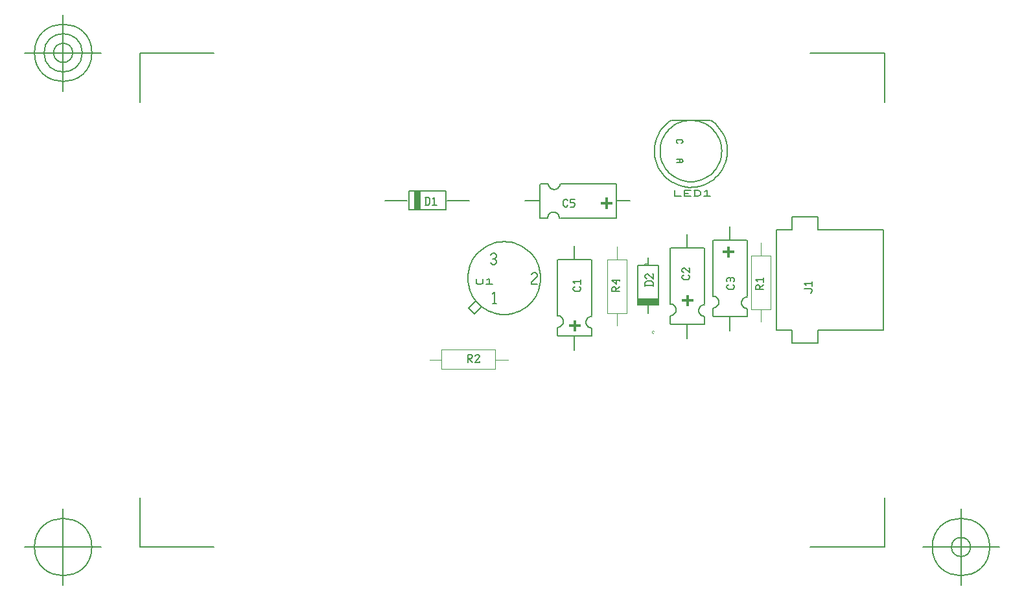
<source format=gbr>
G04 Generated by Ultiboard 13.0 *
%FSLAX25Y25*%
%MOIN*%

%ADD10C,0.00001*%
%ADD11C,0.00612*%
%ADD12C,0.00787*%
%ADD13C,0.00004*%
%ADD14C,0.00800*%
%ADD15C,0.00394*%
%ADD16C,0.00591*%
%ADD17C,0.00219*%
%ADD18C,0.00005*%
%ADD19C,0.00500*%


G04 ColorRGB FFFF00 for the following layer *
%LNSilkscreen Top*%
%LPD*%
G54D10*
G54D11*
X365543Y196337D02*
X366331Y197121D01*
X366331Y197905D01*
X365543Y198689D01*
X362394Y198689D01*
X363181Y200256D02*
X362394Y201040D01*
X366331Y201040D01*
X366331Y199864D02*
X366331Y202216D01*
X167392Y241669D02*
X168960Y241669D01*
X169744Y242457D01*
X169744Y244819D01*
X168960Y245606D01*
X167392Y245606D01*
X167784Y245606D02*
X167784Y241669D01*
X171311Y244819D02*
X172095Y245606D01*
X172095Y241669D01*
X170920Y241669D02*
X173271Y241669D01*
G54D12*
X348024Y228894D02*
X355976Y228894D01*
X355976Y235602D01*
X369362Y235606D01*
X369362Y228894D01*
X403142Y228894D01*
X403142Y177201D01*
X369362Y177201D01*
X369362Y170488D01*
X355976Y170488D01*
X355976Y177201D01*
X348024Y177201D01*
X348024Y228894D01*
X158142Y244000D02*
X146724Y244000D01*
X178614Y244000D02*
X190031Y244000D01*
X158929Y248724D02*
X177827Y248724D01*
X177827Y239276D01*
X158929Y239276D01*
X158929Y248724D01*
G54D13*
G36*
X322723Y220343D02*
X322723Y220343D01*
X323692Y214760D01*
X323692Y220343D01*
X322723Y220343D01*
D02*
G37*
X323692Y214760D01*
X323692Y220343D01*
X322723Y220343D01*
G36*
X323692Y214760D02*
X323692Y214760D01*
X322723Y220343D01*
X322723Y218041D01*
X323692Y214760D01*
D02*
G37*
X322723Y220343D01*
X322723Y218041D01*
X323692Y214760D01*
G36*
X322723Y218041D02*
X322723Y218041D01*
X322723Y217061D01*
X323692Y214760D01*
X322723Y218041D01*
D02*
G37*
X322723Y217061D01*
X323692Y214760D01*
X322723Y218041D01*
G36*
X322723Y217061D02*
X322723Y217061D01*
X322723Y218041D01*
X320422Y218041D01*
X322723Y217061D01*
D02*
G37*
X322723Y218041D01*
X320422Y218041D01*
X322723Y217061D01*
G36*
X320422Y218041D02*
X320422Y218041D01*
X320422Y217061D01*
X322723Y217061D01*
X320422Y218041D01*
D02*
G37*
X320422Y217061D01*
X322723Y217061D01*
X320422Y218041D01*
G36*
X323692Y217061D02*
X323692Y217061D01*
X326011Y217061D01*
X323692Y218041D01*
X323692Y217061D01*
D02*
G37*
X326011Y217061D01*
X323692Y218041D01*
X323692Y217061D01*
G36*
X323692Y217061D01*
X323692Y220343D01*
X323692Y217061D01*
D02*
G37*
X323692Y220343D01*
X323692Y217061D01*
G36*
X323692Y217061D01*
X323692Y220343D01*
X323692Y214760D01*
X323692Y217061D01*
D02*
G37*
X323692Y220343D01*
X323692Y214760D01*
X323692Y217061D01*
G36*
X323692Y218041D02*
X323692Y218041D01*
X326011Y217061D01*
X326011Y218041D01*
X323692Y218041D01*
D02*
G37*
X326011Y217061D01*
X326011Y218041D01*
X323692Y218041D01*
G36*
X323692Y214760D02*
X323692Y214760D01*
X322723Y217061D01*
X322723Y214760D01*
X323692Y214760D01*
D02*
G37*
X322723Y217061D01*
X322723Y214760D01*
X323692Y214760D01*
G36*
X301723Y195343D02*
X301723Y195343D01*
X302692Y189760D01*
X302692Y195343D01*
X301723Y195343D01*
D02*
G37*
X302692Y189760D01*
X302692Y195343D01*
X301723Y195343D01*
G36*
X302692Y189760D02*
X302692Y189760D01*
X301723Y195343D01*
X301723Y193041D01*
X302692Y189760D01*
D02*
G37*
X301723Y195343D01*
X301723Y193041D01*
X302692Y189760D01*
G36*
X301723Y193041D02*
X301723Y193041D01*
X301723Y192061D01*
X302692Y189760D01*
X301723Y193041D01*
D02*
G37*
X301723Y192061D01*
X302692Y189760D01*
X301723Y193041D01*
G36*
X301723Y192061D02*
X301723Y192061D01*
X301723Y193041D01*
X299422Y193041D01*
X301723Y192061D01*
D02*
G37*
X301723Y193041D01*
X299422Y193041D01*
X301723Y192061D01*
G36*
X299422Y193041D02*
X299422Y193041D01*
X299422Y192061D01*
X301723Y192061D01*
X299422Y193041D01*
D02*
G37*
X299422Y192061D01*
X301723Y192061D01*
X299422Y193041D01*
G36*
X302692Y192061D02*
X302692Y192061D01*
X305011Y192061D01*
X302692Y193041D01*
X302692Y192061D01*
D02*
G37*
X305011Y192061D01*
X302692Y193041D01*
X302692Y192061D01*
G36*
X302692Y192061D01*
X302692Y195343D01*
X302692Y192061D01*
D02*
G37*
X302692Y195343D01*
X302692Y192061D01*
G36*
X302692Y192061D01*
X302692Y195343D01*
X302692Y189760D01*
X302692Y192061D01*
D02*
G37*
X302692Y195343D01*
X302692Y189760D01*
X302692Y192061D01*
G36*
X302692Y193041D02*
X302692Y193041D01*
X305011Y192061D01*
X305011Y193041D01*
X302692Y193041D01*
D02*
G37*
X305011Y192061D01*
X305011Y193041D01*
X302692Y193041D01*
G36*
X302692Y189760D02*
X302692Y189760D01*
X301723Y192061D01*
X301723Y189760D01*
X302692Y189760D01*
D02*
G37*
X301723Y192061D01*
X301723Y189760D01*
X302692Y189760D01*
G36*
X243723Y182343D02*
X243723Y182343D01*
X244692Y176760D01*
X244692Y182343D01*
X243723Y182343D01*
D02*
G37*
X244692Y176760D01*
X244692Y182343D01*
X243723Y182343D01*
G36*
X244692Y176760D02*
X244692Y176760D01*
X243723Y182343D01*
X243723Y180041D01*
X244692Y176760D01*
D02*
G37*
X243723Y182343D01*
X243723Y180041D01*
X244692Y176760D01*
G36*
X243723Y180041D02*
X243723Y180041D01*
X243723Y179061D01*
X244692Y176760D01*
X243723Y180041D01*
D02*
G37*
X243723Y179061D01*
X244692Y176760D01*
X243723Y180041D01*
G36*
X243723Y179061D02*
X243723Y179061D01*
X243723Y180041D01*
X241422Y180041D01*
X243723Y179061D01*
D02*
G37*
X243723Y180041D01*
X241422Y180041D01*
X243723Y179061D01*
G36*
X241422Y180041D02*
X241422Y180041D01*
X241422Y179061D01*
X243723Y179061D01*
X241422Y180041D01*
D02*
G37*
X241422Y179061D01*
X243723Y179061D01*
X241422Y180041D01*
G36*
X244692Y179061D02*
X244692Y179061D01*
X247011Y179061D01*
X244692Y180041D01*
X244692Y179061D01*
D02*
G37*
X247011Y179061D01*
X244692Y180041D01*
X244692Y179061D01*
G36*
X244692Y179061D01*
X244692Y182343D01*
X244692Y179061D01*
D02*
G37*
X244692Y182343D01*
X244692Y179061D01*
G36*
X244692Y179061D01*
X244692Y182343D01*
X244692Y176760D01*
X244692Y179061D01*
D02*
G37*
X244692Y182343D01*
X244692Y176760D01*
X244692Y179061D01*
G36*
X244692Y180041D02*
X244692Y180041D01*
X247011Y179061D01*
X247011Y180041D01*
X244692Y180041D01*
D02*
G37*
X247011Y179061D01*
X247011Y180041D01*
X244692Y180041D01*
G36*
X244692Y176760D02*
X244692Y176760D01*
X243723Y179061D01*
X243723Y176760D01*
X244692Y176760D01*
D02*
G37*
X243723Y179061D01*
X243723Y176760D01*
X244692Y176760D01*
G36*
X259959Y245578D02*
X259959Y245578D01*
X260939Y239989D01*
X260939Y245578D01*
X259959Y245578D01*
D02*
G37*
X260939Y239989D01*
X260939Y245578D01*
X259959Y245578D01*
G36*
X260939Y239989D02*
X260939Y239989D01*
X259959Y245578D01*
X259959Y243277D01*
X260939Y239989D01*
D02*
G37*
X259959Y245578D01*
X259959Y243277D01*
X260939Y239989D01*
G36*
X259959Y243277D02*
X259959Y243277D01*
X259959Y242308D01*
X260939Y239989D01*
X259959Y243277D01*
D02*
G37*
X259959Y242308D01*
X260939Y239989D01*
X259959Y243277D01*
G36*
X259959Y242308D02*
X259959Y242308D01*
X259959Y243277D01*
X257657Y243277D01*
X259959Y242308D01*
D02*
G37*
X259959Y243277D01*
X257657Y243277D01*
X259959Y242308D01*
G36*
X257657Y243277D02*
X257657Y243277D01*
X257657Y242308D01*
X259959Y242308D01*
X257657Y243277D01*
D02*
G37*
X257657Y242308D01*
X259959Y242308D01*
X257657Y243277D01*
G36*
X260939Y242308D02*
X260939Y242308D01*
X263240Y242308D01*
X260939Y243277D01*
X260939Y242308D01*
D02*
G37*
X263240Y242308D01*
X260939Y243277D01*
X260939Y242308D01*
G36*
X260939Y242308D01*
X260939Y245578D01*
X260939Y242308D01*
D02*
G37*
X260939Y245578D01*
X260939Y242308D01*
G36*
X260939Y242308D01*
X260939Y245578D01*
X260939Y239989D01*
X260939Y242308D01*
D02*
G37*
X260939Y245578D01*
X260939Y239989D01*
X260939Y242308D01*
G36*
X260939Y243277D02*
X260939Y243277D01*
X263240Y242308D01*
X263240Y243277D01*
X260939Y243277D01*
D02*
G37*
X263240Y242308D01*
X263240Y243277D01*
X260939Y243277D01*
G36*
X260939Y239989D02*
X260939Y239989D01*
X259959Y242308D01*
X259959Y239989D01*
X260939Y239989D01*
D02*
G37*
X259959Y242308D01*
X259959Y239989D01*
X260939Y239989D01*
G54D14*
X325543Y200689D02*
X326331Y199905D01*
X326331Y199121D01*
X325543Y198337D01*
X323181Y198337D01*
X322394Y199121D01*
X322394Y199905D01*
X323181Y200689D01*
X322787Y202256D02*
X322394Y202648D01*
X322394Y203432D01*
X323181Y204216D01*
X323969Y204216D01*
X324362Y203824D01*
X324756Y204216D01*
X325543Y204216D01*
X326331Y203432D01*
X326331Y202648D01*
X325937Y202256D01*
X324362Y202648D02*
X324362Y203824D01*
X333055Y184205D02*
X315732Y184205D01*
X315732Y223575D02*
X332661Y223575D01*
X324000Y183937D02*
X324000Y176724D01*
X324000Y230661D02*
X324000Y223575D01*
X333055Y194835D02*
X333055Y223575D01*
X333012Y188315D02*
X333012Y184315D01*
X333012Y194315D02*
X332750Y194304D01*
X332491Y194269D01*
X332235Y194213D01*
X331986Y194134D01*
X331744Y194034D01*
X331512Y193913D01*
X331291Y193772D01*
X331083Y193613D01*
X330890Y193436D01*
X330714Y193243D01*
X330554Y193036D01*
X330414Y192815D01*
X330293Y192583D01*
X330193Y192341D01*
X330114Y192091D01*
X330057Y191836D01*
X330023Y191576D01*
X330012Y191315D01*
X330023Y191053D01*
X330057Y190794D01*
X330114Y190539D01*
X330193Y190289D01*
X330293Y190047D01*
X330414Y189815D01*
X330554Y189594D01*
X330714Y189387D01*
X330890Y189194D01*
X331083Y189017D01*
X331291Y188858D01*
X331512Y188717D01*
X331744Y188596D01*
X331986Y188496D01*
X332235Y188417D01*
X332491Y188361D01*
X332750Y188326D01*
X333012Y188315D01*
X315339Y194835D02*
X315339Y223575D01*
X315339Y184535D02*
X315339Y188535D01*
X315339Y188685D02*
X315600Y188696D01*
X315860Y188731D01*
X316115Y188787D01*
X316365Y188866D01*
X316606Y188966D01*
X316839Y189087D01*
X317059Y189228D01*
X317267Y189387D01*
X317460Y189564D01*
X317637Y189757D01*
X317796Y189964D01*
X317937Y190185D01*
X318058Y190417D01*
X318158Y190659D01*
X318236Y190909D01*
X318293Y191164D01*
X318327Y191424D01*
X318339Y191685D01*
X318327Y191947D01*
X318293Y192206D01*
X318236Y192461D01*
X318158Y192711D01*
X318058Y192953D01*
X317937Y193185D01*
X317796Y193406D01*
X317637Y193613D01*
X317460Y193806D01*
X317267Y193983D01*
X317059Y194142D01*
X316839Y194283D01*
X316606Y194404D01*
X316365Y194504D01*
X316115Y194583D01*
X315860Y194639D01*
X315600Y194674D01*
X315339Y194685D01*
X193556Y203702D02*
X193556Y201321D01*
X194667Y200726D01*
X195778Y200726D01*
X196889Y201321D01*
X196889Y203702D01*
X199111Y203107D02*
X200222Y203702D01*
X200222Y200726D01*
X198556Y200726D02*
X201889Y200726D01*
X226750Y204000D02*
X226679Y205634D01*
X226465Y207256D01*
X226111Y208853D01*
X225619Y210413D01*
X224993Y211924D01*
X224238Y213375D01*
X223359Y214755D01*
X222363Y216052D01*
X221258Y217258D01*
X220052Y218363D01*
X218755Y219359D01*
X217375Y220238D01*
X215924Y220993D01*
X214413Y221619D01*
X212853Y222111D01*
X211256Y222465D01*
X209634Y222679D01*
X208000Y222750D01*
X206366Y222679D01*
X204744Y222465D01*
X203147Y222111D01*
X201587Y221619D01*
X200076Y220993D01*
X198625Y220238D01*
X197245Y219359D01*
X195948Y218363D01*
X194742Y217258D01*
X193637Y216052D01*
X192641Y214755D01*
X191762Y213375D01*
X191007Y211924D01*
X190381Y210413D01*
X189889Y208853D01*
X189535Y207256D01*
X189321Y205634D01*
X189250Y204000D01*
X189321Y202366D01*
X189535Y200744D01*
X189889Y199147D01*
X190381Y197587D01*
X191007Y196076D01*
X191762Y194625D01*
X192641Y193245D01*
X193637Y191948D01*
X194742Y190742D01*
X195948Y189637D01*
X197245Y188641D01*
X198625Y187762D01*
X200076Y187007D01*
X201587Y186381D01*
X203147Y185889D01*
X204744Y185535D01*
X206366Y185321D01*
X208000Y185250D01*
X209634Y185321D01*
X211256Y185535D01*
X212853Y185889D01*
X214413Y186381D01*
X215924Y187007D01*
X217375Y187762D01*
X218755Y188641D01*
X220052Y189637D01*
X221258Y190742D01*
X222363Y191948D01*
X223359Y193245D01*
X224238Y194625D01*
X224993Y196076D01*
X225619Y197587D01*
X226111Y199147D01*
X226465Y200744D01*
X226679Y202366D01*
X226750Y204000D01*
X226750Y204000D01*
X189500Y188500D02*
X192500Y185500D01*
X196333Y189333D01*
X193333Y192333D02*
X189500Y188500D01*
X222000Y202000D02*
X222000Y201000D01*
X203000Y191000D02*
X203000Y197000D01*
X202000Y196000D01*
X204000Y191000D02*
X202000Y191000D01*
X222000Y201000D02*
X225000Y201000D01*
X201000Y216000D02*
X202000Y217000D01*
X203000Y217000D01*
X204000Y216000D01*
X204000Y215000D01*
X203000Y214000D01*
X204000Y213000D02*
X204000Y212000D01*
X203000Y214000D02*
X204000Y213000D01*
X202000Y211000D02*
X201000Y212000D01*
X204000Y212000D02*
X203000Y211000D01*
X202000Y211000D01*
X203000Y214000D02*
X202000Y214000D01*
X225000Y205000D02*
X222000Y202000D01*
X222000Y206000D02*
X223000Y207000D01*
X224000Y207000D02*
X225000Y206000D01*
X223000Y207000D02*
X224000Y207000D01*
X225000Y206000D02*
X225000Y205000D01*
X302543Y205689D02*
X303331Y204905D01*
X303331Y204121D01*
X302543Y203337D01*
X300181Y203337D01*
X299394Y204121D01*
X299394Y204905D01*
X300181Y205689D01*
X300181Y206864D02*
X299394Y207648D01*
X299394Y208432D01*
X300181Y209216D01*
X300575Y209216D01*
X303331Y206864D01*
X303331Y209216D01*
X302937Y209216D01*
X311055Y180205D02*
X293732Y180205D01*
X293732Y219575D02*
X310661Y219575D01*
X302000Y179937D02*
X302000Y172724D01*
X302000Y226661D02*
X302000Y219575D01*
X311055Y190835D02*
X311055Y219575D01*
X311012Y184315D02*
X311012Y180315D01*
X311012Y190315D02*
X310750Y190304D01*
X310491Y190269D01*
X310235Y190213D01*
X309986Y190134D01*
X309744Y190034D01*
X309512Y189913D01*
X309291Y189772D01*
X309083Y189613D01*
X308890Y189436D01*
X308714Y189243D01*
X308554Y189036D01*
X308414Y188815D01*
X308293Y188583D01*
X308193Y188341D01*
X308114Y188091D01*
X308057Y187836D01*
X308023Y187576D01*
X308012Y187315D01*
X308023Y187053D01*
X308057Y186794D01*
X308114Y186539D01*
X308193Y186289D01*
X308293Y186047D01*
X308414Y185815D01*
X308554Y185594D01*
X308714Y185387D01*
X308890Y185194D01*
X309083Y185017D01*
X309291Y184858D01*
X309512Y184717D01*
X309744Y184596D01*
X309986Y184496D01*
X310235Y184417D01*
X310491Y184361D01*
X310750Y184326D01*
X311012Y184315D01*
X293339Y190835D02*
X293339Y219575D01*
X293339Y180535D02*
X293339Y184535D01*
X293339Y184685D02*
X293600Y184696D01*
X293860Y184731D01*
X294115Y184787D01*
X294365Y184866D01*
X294606Y184966D01*
X294839Y185087D01*
X295059Y185228D01*
X295267Y185387D01*
X295460Y185564D01*
X295637Y185757D01*
X295796Y185964D01*
X295937Y186185D01*
X296058Y186417D01*
X296158Y186659D01*
X296236Y186909D01*
X296293Y187164D01*
X296327Y187424D01*
X296339Y187685D01*
X296327Y187947D01*
X296293Y188206D01*
X296236Y188461D01*
X296158Y188711D01*
X296058Y188953D01*
X295937Y189185D01*
X295796Y189406D01*
X295637Y189613D01*
X295460Y189806D01*
X295267Y189983D01*
X295059Y190142D01*
X294839Y190283D01*
X294606Y190404D01*
X294365Y190504D01*
X294115Y190583D01*
X293860Y190639D01*
X293600Y190674D01*
X293339Y190685D01*
X246543Y199689D02*
X247331Y198905D01*
X247331Y198121D01*
X246543Y197337D01*
X244181Y197337D01*
X243394Y198121D01*
X243394Y198905D01*
X244181Y199689D01*
X244181Y201256D02*
X243394Y202040D01*
X247331Y202040D01*
X247331Y200864D02*
X247331Y203216D01*
X253055Y174205D02*
X235732Y174205D01*
X235732Y213575D02*
X252661Y213575D01*
X244000Y173937D02*
X244000Y166724D01*
X244000Y220661D02*
X244000Y213575D01*
X253055Y184835D02*
X253055Y213575D01*
X253012Y178315D02*
X253012Y174315D01*
X253012Y184315D02*
X252750Y184304D01*
X252491Y184269D01*
X252235Y184213D01*
X251986Y184134D01*
X251744Y184034D01*
X251512Y183913D01*
X251291Y183772D01*
X251083Y183613D01*
X250890Y183436D01*
X250714Y183243D01*
X250554Y183036D01*
X250414Y182815D01*
X250293Y182583D01*
X250193Y182341D01*
X250114Y182091D01*
X250057Y181836D01*
X250023Y181576D01*
X250012Y181315D01*
X250023Y181053D01*
X250057Y180794D01*
X250114Y180539D01*
X250193Y180289D01*
X250293Y180047D01*
X250414Y179815D01*
X250554Y179594D01*
X250714Y179387D01*
X250890Y179194D01*
X251083Y179017D01*
X251291Y178858D01*
X251512Y178717D01*
X251744Y178596D01*
X251986Y178496D01*
X252235Y178417D01*
X252491Y178361D01*
X252750Y178326D01*
X253012Y178315D01*
X235339Y184835D02*
X235339Y213575D01*
X235339Y174535D02*
X235339Y178535D01*
X235339Y178685D02*
X235600Y178696D01*
X235860Y178731D01*
X236115Y178787D01*
X236365Y178866D01*
X236606Y178966D01*
X236839Y179087D01*
X237059Y179228D01*
X237267Y179387D01*
X237460Y179564D01*
X237637Y179757D01*
X237796Y179964D01*
X237937Y180185D01*
X238058Y180417D01*
X238158Y180659D01*
X238236Y180909D01*
X238293Y181164D01*
X238327Y181424D01*
X238339Y181685D01*
X238327Y181947D01*
X238293Y182206D01*
X238236Y182461D01*
X238158Y182711D01*
X238058Y182953D01*
X237937Y183185D01*
X237796Y183406D01*
X237637Y183613D01*
X237460Y183806D01*
X237267Y183983D01*
X237059Y184142D01*
X236839Y184283D01*
X236606Y184404D01*
X236365Y184504D01*
X236115Y184583D01*
X235860Y184639D01*
X235600Y184674D01*
X235339Y184685D01*
X267331Y197337D02*
X263394Y197337D01*
X263394Y198905D01*
X264181Y199689D01*
X264575Y199689D01*
X265362Y198905D01*
X265362Y197337D01*
X265362Y197729D02*
X267331Y199689D01*
X265756Y203216D02*
X265756Y200864D01*
X263394Y202824D01*
X267331Y202824D01*
X267331Y202432D02*
X267331Y203216D01*
X287315Y210512D02*
X276685Y210512D01*
X276685Y190039D02*
X287315Y190039D01*
X282000Y190000D02*
X282000Y185906D01*
X282000Y210709D02*
X282000Y214646D01*
X287315Y190039D02*
X287315Y210512D01*
X276685Y210512D02*
X276685Y190039D01*
X295556Y249144D02*
X295556Y246168D01*
X298889Y246168D01*
X303889Y246168D02*
X300556Y246168D01*
X300556Y247656D01*
X300556Y249144D01*
X303889Y249144D01*
X300556Y247656D02*
X302778Y247656D01*
X305556Y246168D02*
X307778Y246168D01*
X308889Y246763D01*
X308889Y248549D01*
X307778Y249144D01*
X305556Y249144D01*
X306111Y249144D02*
X306111Y246168D01*
X311111Y248549D02*
X312222Y249144D01*
X312222Y246168D01*
X310556Y246168D02*
X313889Y246168D01*
X293788Y285167D02*
X292456Y284217D01*
X291213Y283155D01*
X290066Y281988D01*
X289026Y280726D01*
X288099Y279378D01*
X287294Y277954D01*
X286615Y276466D01*
X286069Y274924D01*
X285660Y273340D01*
X285390Y271727D01*
X285261Y270096D01*
X285276Y268460D01*
X285432Y266832D01*
X285731Y265224D01*
X286168Y263648D01*
X286741Y262116D01*
X287445Y260639D01*
X288275Y259230D01*
X289225Y257898D01*
X290287Y256654D01*
X291454Y255508D01*
X292716Y254467D01*
X294064Y253541D01*
X295488Y252735D01*
X296976Y252057D01*
X298518Y251511D01*
X300102Y251102D01*
X301715Y250832D01*
X303346Y250703D01*
X304981Y250717D01*
X306609Y250874D01*
X308218Y251172D01*
X309794Y251609D01*
X311326Y252182D01*
X312803Y252887D01*
X314212Y253717D01*
X315544Y254667D01*
X316787Y255729D01*
X317934Y256896D01*
X318974Y258158D01*
X319901Y259506D01*
X320706Y260929D01*
X321385Y262418D01*
X321931Y263960D01*
X322340Y265543D01*
X322610Y267157D01*
X322739Y268787D01*
X322724Y270423D01*
X322568Y272051D01*
X322269Y273660D01*
X321832Y275236D01*
X321259Y276768D01*
X320555Y278244D01*
X319725Y279654D01*
X318775Y280985D01*
X317713Y282229D01*
X316546Y283376D01*
X315284Y284416D01*
X314212Y285167D01*
X304000Y253608D02*
X305380Y253669D01*
X306749Y253849D01*
X308098Y254148D01*
X309415Y254563D01*
X310691Y255092D01*
X311917Y255730D01*
X313082Y256472D01*
X314177Y257313D01*
X315196Y258246D01*
X316129Y259264D01*
X316970Y260360D01*
X317712Y261525D01*
X318350Y262750D01*
X318878Y264026D01*
X319294Y265344D01*
X319593Y266692D01*
X319773Y268062D01*
X319833Y269442D01*
X319773Y270822D01*
X319593Y272191D01*
X319294Y273540D01*
X318878Y274857D01*
X318350Y276133D01*
X317712Y277358D01*
X316970Y278523D01*
X316129Y279619D01*
X315196Y280638D01*
X314177Y281571D01*
X313082Y282412D01*
X311917Y283154D01*
X310691Y283792D01*
X309415Y284320D01*
X308098Y284736D01*
X306749Y285035D01*
X305380Y285215D01*
X304000Y285275D01*
X302620Y285215D01*
X301251Y285035D01*
X299902Y284736D01*
X298585Y284320D01*
X297309Y283792D01*
X296083Y283154D01*
X294918Y282412D01*
X293823Y281571D01*
X292804Y280638D01*
X291871Y279619D01*
X291030Y278523D01*
X290288Y277358D01*
X289650Y276133D01*
X289122Y274857D01*
X288706Y273540D01*
X288407Y272191D01*
X288227Y270822D01*
X288167Y269442D01*
X288227Y268062D01*
X288407Y266692D01*
X288706Y265344D01*
X289122Y264026D01*
X289650Y262750D01*
X290288Y261525D01*
X291030Y260360D01*
X291871Y259264D01*
X292804Y258246D01*
X293823Y257313D01*
X294918Y256472D01*
X296083Y255730D01*
X297309Y255092D01*
X298585Y254563D01*
X299902Y254148D01*
X301251Y253849D01*
X302620Y253669D01*
X304000Y253608D01*
X298167Y265275D02*
X298167Y263608D01*
X299000Y263608D02*
X299073Y263612D01*
X299145Y263621D01*
X299216Y263637D01*
X299285Y263659D01*
X299352Y263687D01*
X299417Y263720D01*
X299478Y263759D01*
X299536Y263803D01*
X299589Y263853D01*
X299638Y263906D01*
X299683Y263964D01*
X299722Y264025D01*
X299755Y264090D01*
X299783Y264157D01*
X299805Y264226D01*
X299821Y264297D01*
X299830Y264369D01*
X299833Y264442D01*
X299830Y264514D01*
X299821Y264586D01*
X299805Y264657D01*
X299783Y264727D01*
X299755Y264794D01*
X299722Y264858D01*
X299683Y264920D01*
X299638Y264977D01*
X299589Y265031D01*
X299536Y265080D01*
X299478Y265124D01*
X299417Y265163D01*
X299352Y265197D01*
X299285Y265225D01*
X299216Y265247D01*
X299145Y265262D01*
X299073Y265272D01*
X299000Y265275D01*
X314000Y285275D02*
X294000Y285275D01*
X296500Y265275D02*
X299000Y265275D01*
X297333Y275275D02*
X297261Y275272D01*
X297189Y275262D01*
X297118Y275247D01*
X297048Y275225D01*
X296981Y275197D01*
X296917Y275163D01*
X296855Y275124D01*
X296798Y275080D01*
X296744Y275031D01*
X296695Y274977D01*
X296651Y274920D01*
X296612Y274858D01*
X296578Y274794D01*
X296550Y274727D01*
X296529Y274657D01*
X296513Y274586D01*
X296503Y274514D01*
X296500Y274442D01*
X296503Y274369D01*
X296513Y274297D01*
X296529Y274226D01*
X296550Y274157D01*
X296578Y274090D01*
X296612Y274025D01*
X296651Y273964D01*
X296695Y273906D01*
X296744Y273853D01*
X296798Y273803D01*
X296855Y273759D01*
X296917Y273720D01*
X296981Y273687D01*
X297048Y273659D01*
X297118Y273637D01*
X297189Y273621D01*
X297261Y273612D01*
X297333Y273608D01*
X297333Y273608D01*
X297333Y275275D02*
X299000Y275275D01*
X299000Y273608D02*
X299073Y273612D01*
X299145Y273621D01*
X299216Y273637D01*
X299285Y273659D01*
X299352Y273687D01*
X299417Y273720D01*
X299478Y273759D01*
X299536Y273803D01*
X299589Y273853D01*
X299638Y273906D01*
X299683Y273964D01*
X299722Y274025D01*
X299755Y274090D01*
X299783Y274157D01*
X299805Y274226D01*
X299821Y274297D01*
X299830Y274369D01*
X299833Y274442D01*
X299830Y274514D01*
X299821Y274586D01*
X299805Y274657D01*
X299783Y274727D01*
X299755Y274794D01*
X299722Y274858D01*
X299683Y274920D01*
X299638Y274977D01*
X299589Y275031D01*
X299536Y275080D01*
X299478Y275124D01*
X299417Y275163D01*
X299352Y275197D01*
X299285Y275225D01*
X299216Y275247D01*
X299145Y275262D01*
X299073Y275272D01*
X299000Y275275D01*
X296500Y263608D02*
X299000Y263608D01*
X341331Y198337D02*
X337394Y198337D01*
X337394Y199905D01*
X338181Y200689D01*
X338575Y200689D01*
X339362Y199905D01*
X339362Y198337D01*
X339362Y198729D02*
X341331Y200689D01*
X338181Y202256D02*
X337394Y203040D01*
X341331Y203040D01*
X341331Y201864D02*
X341331Y204216D01*
X240744Y241457D02*
X239960Y240669D01*
X239176Y240669D01*
X238392Y241457D01*
X238392Y243819D01*
X239176Y244606D01*
X239960Y244606D01*
X240744Y243819D01*
X244271Y244606D02*
X241920Y244606D01*
X241920Y243031D01*
X243487Y243031D01*
X244271Y242244D01*
X244271Y241457D01*
X243487Y240669D01*
X241920Y240669D01*
X226205Y234945D02*
X226205Y252268D01*
X265575Y252268D02*
X265575Y235339D01*
X225937Y244000D02*
X218724Y244000D01*
X272661Y244000D02*
X265575Y244000D01*
X236835Y234945D02*
X265575Y234945D01*
X230315Y234988D02*
X226315Y234988D01*
X236315Y234988D02*
X236304Y235250D01*
X236269Y235509D01*
X236213Y235765D01*
X236134Y236014D01*
X236034Y236256D01*
X235913Y236488D01*
X235772Y236709D01*
X235613Y236917D01*
X235436Y237110D01*
X235243Y237286D01*
X235036Y237446D01*
X234815Y237586D01*
X234583Y237707D01*
X234341Y237807D01*
X234091Y237886D01*
X233836Y237943D01*
X233576Y237977D01*
X233315Y237988D01*
X233053Y237977D01*
X232794Y237943D01*
X232539Y237886D01*
X232289Y237807D01*
X232047Y237707D01*
X231815Y237586D01*
X231594Y237446D01*
X231387Y237286D01*
X231194Y237110D01*
X231017Y236917D01*
X230858Y236709D01*
X230717Y236488D01*
X230596Y236256D01*
X230496Y236014D01*
X230417Y235765D01*
X230361Y235509D01*
X230326Y235250D01*
X230315Y234988D01*
X236835Y252661D02*
X265575Y252661D01*
X226535Y252661D02*
X230535Y252661D01*
X230685Y252661D02*
X230696Y252400D01*
X230731Y252140D01*
X230787Y251885D01*
X230866Y251635D01*
X230966Y251394D01*
X231087Y251161D01*
X231228Y250941D01*
X231387Y250733D01*
X231564Y250540D01*
X231757Y250363D01*
X231964Y250204D01*
X232185Y250063D01*
X232417Y249942D01*
X232659Y249842D01*
X232909Y249764D01*
X233164Y249707D01*
X233424Y249673D01*
X233685Y249661D01*
X233947Y249673D01*
X234206Y249707D01*
X234461Y249764D01*
X234711Y249842D01*
X234953Y249942D01*
X235185Y250063D01*
X235406Y250204D01*
X235613Y250363D01*
X235806Y250540D01*
X235983Y250733D01*
X236142Y250941D01*
X236283Y251161D01*
X236404Y251394D01*
X236504Y251635D01*
X236583Y251885D01*
X236639Y252140D01*
X236674Y252400D01*
X236685Y252661D01*
X189392Y160669D02*
X189392Y164606D01*
X190960Y164606D01*
X191744Y163819D01*
X191744Y163425D01*
X190960Y162638D01*
X189392Y162638D01*
X189784Y162638D02*
X191744Y160669D01*
X192920Y163819D02*
X193703Y164606D01*
X194487Y164606D01*
X195271Y163819D01*
X195271Y163425D01*
X192920Y160669D01*
X195271Y160669D01*
X195271Y161063D01*
G54D15*
X260921Y185811D02*
X270961Y185811D01*
X270961Y213370D01*
X260921Y213370D01*
X260921Y185811D01*
X266000Y179512D02*
X266000Y185811D01*
X266000Y213370D02*
X266000Y220063D01*
G36*
X276898Y190497D02*
X276898Y193646D01*
X287225Y193646D01*
X287225Y190497D01*
X276898Y190497D01*
G37*
X334921Y187811D02*
X344961Y187811D01*
X344961Y215370D01*
X334921Y215370D01*
X334921Y187811D01*
X340000Y181512D02*
X340000Y187811D01*
X340000Y215370D02*
X340000Y222063D01*
X175811Y167079D02*
X203370Y167079D01*
X203370Y157039D01*
X175811Y157039D01*
X175811Y167079D01*
X169512Y162000D02*
X175811Y162000D01*
X203370Y162000D02*
X210063Y162000D01*
G54D16*
X284640Y199861D02*
X284640Y201541D01*
X283796Y202381D01*
X281265Y202381D01*
X280422Y201541D01*
X280422Y199861D01*
X280422Y200281D02*
X284640Y200281D01*
X281265Y203640D02*
X280422Y204480D01*
X280422Y205320D01*
X281265Y206160D01*
X281687Y206160D01*
X284640Y203640D01*
X284640Y206160D01*
X284218Y206160D01*
G54D17*
X281366Y210567D02*
X280523Y210567D01*
X279960Y210847D01*
X279960Y211127D01*
X280523Y211407D01*
X281366Y211407D01*
X280944Y210567D02*
X280944Y211407D01*
X284980Y175735D02*
X284700Y175453D01*
X284420Y175453D01*
X284140Y175735D01*
X284140Y176578D01*
X284420Y176859D01*
X284700Y176859D01*
X284980Y176578D01*
G54D18*
G36*
X161685Y239328D02*
X161685Y248772D01*
X164835Y248772D01*
X164835Y239328D01*
X161685Y239328D01*
G37*
G54D19*
X20500Y65500D02*
X20500Y90950D01*
X20500Y65500D02*
X58804Y65500D01*
X403535Y65500D02*
X365232Y65500D01*
X403535Y65500D02*
X403535Y90950D01*
X403535Y320000D02*
X403535Y294550D01*
X403535Y320000D02*
X365232Y320000D01*
X20500Y320000D02*
X58804Y320000D01*
X20500Y320000D02*
X20500Y294550D01*
X815Y65500D02*
X-38555Y65500D01*
X-18870Y45815D02*
X-18870Y85185D01*
X-33634Y65500D02*
G75*
D01*
G02X-33634Y65500I14764J0*
G01*
X423220Y65500D02*
X462591Y65500D01*
X442906Y45815D02*
X442906Y85185D01*
X428142Y65500D02*
G75*
D01*
G02X428142Y65500I14764J0*
G01*
X437984Y65500D02*
G75*
D01*
G02X437984Y65500I4922J0*
G01*
X815Y320000D02*
X-38555Y320000D01*
X-18870Y300315D02*
X-18870Y339685D01*
X-33634Y320000D02*
G75*
D01*
G02X-33634Y320000I14764J0*
G01*
X-28713Y320000D02*
G75*
D01*
G02X-28713Y320000I9843J0*
G01*
X-23791Y320000D02*
G75*
D01*
G02X-23791Y320000I4921J0*
G01*

M02*

</source>
